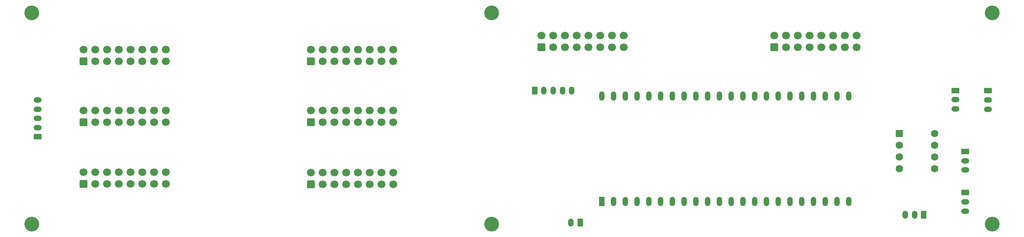
<source format=gbr>
%TF.GenerationSoftware,KiCad,Pcbnew,9.0.6*%
%TF.CreationDate,2026-01-12T11:04:55-05:00*%
%TF.ProjectId,OrganKeyswitchBreakout,4f726761-6e4b-4657-9973-776974636842,rev?*%
%TF.SameCoordinates,Original*%
%TF.FileFunction,Soldermask,Bot*%
%TF.FilePolarity,Negative*%
%FSLAX46Y46*%
G04 Gerber Fmt 4.6, Leading zero omitted, Abs format (unit mm)*
G04 Created by KiCad (PCBNEW 9.0.6) date 2026-01-12 11:04:55*
%MOMM*%
%LPD*%
G01*
G04 APERTURE LIST*
G04 Aperture macros list*
%AMRoundRect*
0 Rectangle with rounded corners*
0 $1 Rounding radius*
0 $2 $3 $4 $5 $6 $7 $8 $9 X,Y pos of 4 corners*
0 Add a 4 corners polygon primitive as box body*
4,1,4,$2,$3,$4,$5,$6,$7,$8,$9,$2,$3,0*
0 Add four circle primitives for the rounded corners*
1,1,$1+$1,$2,$3*
1,1,$1+$1,$4,$5*
1,1,$1+$1,$6,$7*
1,1,$1+$1,$8,$9*
0 Add four rect primitives between the rounded corners*
20,1,$1+$1,$2,$3,$4,$5,0*
20,1,$1+$1,$4,$5,$6,$7,0*
20,1,$1+$1,$6,$7,$8,$9,0*
20,1,$1+$1,$8,$9,$2,$3,0*%
G04 Aperture macros list end*
%ADD10RoundRect,0.250000X0.600000X-0.600000X0.600000X0.600000X-0.600000X0.600000X-0.600000X-0.600000X0*%
%ADD11C,1.700000*%
%ADD12C,3.200000*%
%ADD13RoundRect,0.250000X0.350000X0.625000X-0.350000X0.625000X-0.350000X-0.625000X0.350000X-0.625000X0*%
%ADD14O,1.200000X1.750000*%
%ADD15RoundRect,0.250000X0.625000X-0.350000X0.625000X0.350000X-0.625000X0.350000X-0.625000X-0.350000X0*%
%ADD16O,1.750000X1.200000*%
%ADD17RoundRect,0.250000X-0.625000X0.350000X-0.625000X-0.350000X0.625000X-0.350000X0.625000X0.350000X0*%
%ADD18RoundRect,0.250000X-0.550000X-0.550000X0.550000X-0.550000X0.550000X0.550000X-0.550000X0.550000X0*%
%ADD19C,1.600000*%
%ADD20R,1.200000X2.000000*%
%ADD21O,1.200000X2.000000*%
%ADD22RoundRect,0.250000X-0.350000X-0.625000X0.350000X-0.625000X0.350000X0.625000X-0.350000X0.625000X0*%
G04 APERTURE END LIST*
D10*
%TO.C,J12*%
X97940000Y-67140007D03*
D11*
X97940000Y-64600007D03*
X100480000Y-67140007D03*
X100480000Y-64600007D03*
X103020000Y-67140007D03*
X103020000Y-64600007D03*
X105560000Y-67140007D03*
X105560000Y-64600007D03*
X108100000Y-67140007D03*
X108100000Y-64600007D03*
X110640000Y-67140007D03*
X110640000Y-64600007D03*
X113180000Y-67140007D03*
X113180000Y-64600007D03*
X115720000Y-67140007D03*
X115720000Y-64600007D03*
%TD*%
D12*
%TO.C,H5*%
X245100000Y-56600000D03*
%TD*%
%TO.C,H2*%
X37700000Y-102400000D03*
%TD*%
D13*
%TO.C,J4*%
X230346000Y-100372000D03*
D14*
X228346000Y-100372000D03*
X226346000Y-100372000D03*
%TD*%
D15*
%TO.C,J2*%
X38950000Y-83500000D03*
D16*
X38950000Y-81500000D03*
X38950000Y-79500000D03*
X38950000Y-77500000D03*
X38950000Y-75500000D03*
%TD*%
D17*
%TO.C,J15*%
X244200000Y-73500000D03*
D16*
X244200000Y-75500000D03*
X244200000Y-77500000D03*
%TD*%
D10*
%TO.C,J9*%
X48830375Y-67090657D03*
D11*
X48830375Y-64550657D03*
X51370375Y-67090657D03*
X51370375Y-64550657D03*
X53910375Y-67090657D03*
X53910375Y-64550657D03*
X56450375Y-67090657D03*
X56450375Y-64550657D03*
X58990375Y-67090657D03*
X58990375Y-64550657D03*
X61530375Y-67090657D03*
X61530375Y-64550657D03*
X64070375Y-67090657D03*
X64070375Y-64550657D03*
X66610375Y-67090657D03*
X66610375Y-64550657D03*
%TD*%
D13*
%TO.C,J7*%
X156100000Y-102100000D03*
D14*
X154100000Y-102100000D03*
%TD*%
D18*
%TO.C,SW1*%
X225044000Y-82804000D03*
D19*
X225044000Y-85344000D03*
X225044000Y-87884000D03*
X225044000Y-90424000D03*
X232664000Y-90424000D03*
X232664000Y-87884000D03*
X232664000Y-85344000D03*
X232664000Y-82804000D03*
%TD*%
D12*
%TO.C,H4*%
X137000000Y-102400000D03*
%TD*%
D17*
%TO.C,J6*%
X239300000Y-95600000D03*
D16*
X239300000Y-97600000D03*
X239300000Y-99600000D03*
%TD*%
D17*
%TO.C,J5*%
X239300000Y-86700000D03*
D16*
X239300000Y-88700000D03*
X239300000Y-90700000D03*
%TD*%
D17*
%TO.C,J3*%
X237143000Y-73457000D03*
D16*
X237143000Y-75457000D03*
X237143000Y-77457000D03*
%TD*%
D10*
%TO.C,J8*%
X198089650Y-64115700D03*
D11*
X198089650Y-61575700D03*
X200629650Y-64115700D03*
X200629650Y-61575700D03*
X203169650Y-64115700D03*
X203169650Y-61575700D03*
X205709650Y-64115700D03*
X205709650Y-61575700D03*
X208249650Y-64115700D03*
X208249650Y-61575700D03*
X210789650Y-64115700D03*
X210789650Y-61575700D03*
X213329650Y-64115700D03*
X213329650Y-61575700D03*
X215869650Y-64115700D03*
X215869650Y-61575700D03*
%TD*%
D12*
%TO.C,H3*%
X137000000Y-56600000D03*
%TD*%
D20*
%TO.C,U2*%
X160829920Y-97536000D03*
D21*
X163369920Y-97536000D03*
X165909920Y-97536000D03*
X168449920Y-97536000D03*
X170989920Y-97536000D03*
X173529920Y-97536000D03*
X176069920Y-97536000D03*
X178609920Y-97536000D03*
X181149920Y-97536000D03*
X183689920Y-97536000D03*
X186229920Y-97536000D03*
X188769920Y-97536000D03*
X191309920Y-97536000D03*
X193849920Y-97536000D03*
X196389920Y-97536000D03*
X198929920Y-97536000D03*
X201469920Y-97536000D03*
X204009920Y-97536000D03*
X206549920Y-97536000D03*
X209087200Y-97539680D03*
X211627200Y-97539680D03*
X214167200Y-97539680D03*
X214169920Y-74676000D03*
X211629920Y-74676000D03*
X209089920Y-74676000D03*
X206549920Y-74676000D03*
X204009920Y-74676000D03*
X201469920Y-74676000D03*
X198929920Y-74676000D03*
X196389920Y-74676000D03*
X193849920Y-74676000D03*
X191309920Y-74676000D03*
X188769920Y-74676000D03*
X186229920Y-74676000D03*
X183689920Y-74676000D03*
X181149920Y-74676000D03*
X178609920Y-74676000D03*
X176069920Y-74676000D03*
X173529920Y-74676000D03*
X170989920Y-74676000D03*
X168449920Y-74676000D03*
X165909920Y-74676000D03*
X163369920Y-74676000D03*
X160829920Y-74676000D03*
%TD*%
D12*
%TO.C,H6*%
X245100000Y-102400000D03*
%TD*%
D10*
%TO.C,J10*%
X48830375Y-93692178D03*
D11*
X48830375Y-91152178D03*
X51370375Y-93692178D03*
X51370375Y-91152178D03*
X53910375Y-93692178D03*
X53910375Y-91152178D03*
X56450375Y-93692178D03*
X56450375Y-91152178D03*
X58990375Y-93692178D03*
X58990375Y-91152178D03*
X61530375Y-93692178D03*
X61530375Y-91152178D03*
X64070375Y-93692178D03*
X64070375Y-91152178D03*
X66610375Y-93692178D03*
X66610375Y-91152178D03*
%TD*%
D10*
%TO.C,J14*%
X147791575Y-64105629D03*
D11*
X147791575Y-61565629D03*
X150331575Y-64105629D03*
X150331575Y-61565629D03*
X152871575Y-64105629D03*
X152871575Y-61565629D03*
X155411575Y-64105629D03*
X155411575Y-61565629D03*
X157951575Y-64105629D03*
X157951575Y-61565629D03*
X160491575Y-64105629D03*
X160491575Y-61565629D03*
X163031575Y-64105629D03*
X163031575Y-61565629D03*
X165571575Y-64105629D03*
X165571575Y-61565629D03*
%TD*%
D10*
%TO.C,J1*%
X97940000Y-93779600D03*
D11*
X97940000Y-91239600D03*
X100480000Y-93779600D03*
X100480000Y-91239600D03*
X103020000Y-93779600D03*
X103020000Y-91239600D03*
X105560000Y-93779600D03*
X105560000Y-91239600D03*
X108100000Y-93779600D03*
X108100000Y-91239600D03*
X110640000Y-93779600D03*
X110640000Y-91239600D03*
X113180000Y-93779600D03*
X113180000Y-91239600D03*
X115720000Y-93779600D03*
X115720000Y-91239600D03*
%TD*%
D10*
%TO.C,J11*%
X97940000Y-80371431D03*
D11*
X97940000Y-77831431D03*
X100480000Y-80371431D03*
X100480000Y-77831431D03*
X103020000Y-80371431D03*
X103020000Y-77831431D03*
X105560000Y-80371431D03*
X105560000Y-77831431D03*
X108100000Y-80371431D03*
X108100000Y-77831431D03*
X110640000Y-80371431D03*
X110640000Y-77831431D03*
X113180000Y-80371431D03*
X113180000Y-77831431D03*
X115720000Y-80371431D03*
X115720000Y-77831431D03*
%TD*%
D10*
%TO.C,J13*%
X48830375Y-80337009D03*
D11*
X48830375Y-77797009D03*
X51370375Y-80337009D03*
X51370375Y-77797009D03*
X53910375Y-80337009D03*
X53910375Y-77797009D03*
X56450375Y-80337009D03*
X56450375Y-77797009D03*
X58990375Y-80337009D03*
X58990375Y-77797009D03*
X61530375Y-80337009D03*
X61530375Y-77797009D03*
X64070375Y-80337009D03*
X64070375Y-77797009D03*
X66610375Y-80337009D03*
X66610375Y-77797009D03*
%TD*%
D12*
%TO.C,H1*%
X37700000Y-56600000D03*
%TD*%
D22*
%TO.C,J16*%
X146300000Y-73450000D03*
D14*
X148300000Y-73450000D03*
X150300000Y-73450000D03*
X152300000Y-73450000D03*
X154300000Y-73450000D03*
%TD*%
M02*

</source>
